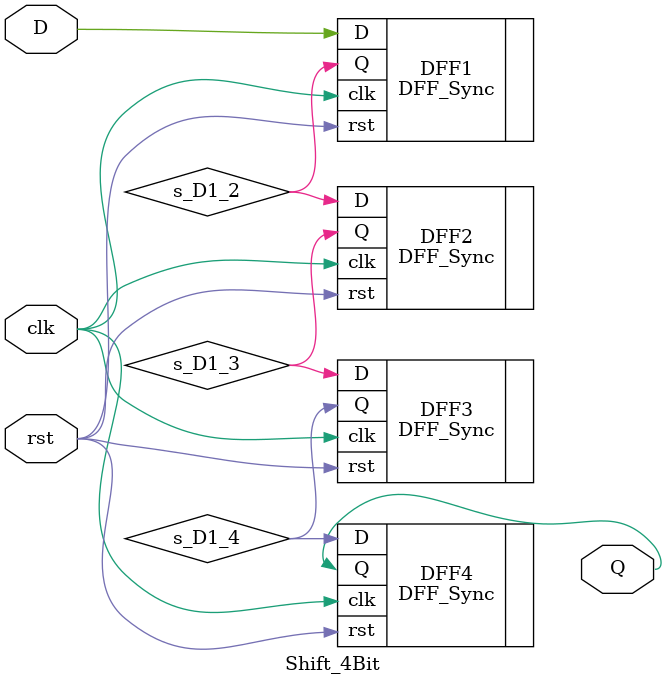
<source format=v>
module Shift_4Bit(
    D,
    clk,
    rst,
    Q
);
    input D, clk, rst;
    output Q;
    wire s_D1_2, s_D2_3, s_D3_4;

    DFF_Sync DFF1(
    .D      (D),
    .clk    (clk),
    .rst    (rst),
    .Q      (s_D1_2)
    );
    DFF_Sync DFF2(
    .D      (s_D1_2),
    .clk    (clk),
    .rst    (rst),
    .Q      (s_D1_3)
    );
    DFF_Sync DFF3(
    .D      (s_D1_3),
    .clk    (clk),
    .rst    (rst),
    .Q      (s_D1_4)
    );
    DFF_Sync DFF4(
    .D      (s_D1_4),
    .clk    (clk),
    .rst    (rst),
    .Q      (Q)
    );

endmodule 


</source>
